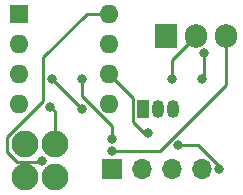
<source format=gbr>
%TF.GenerationSoftware,KiCad,Pcbnew,7.0.6-0*%
%TF.CreationDate,2023-09-04T19:04:00-04:00*%
%TF.ProjectId,Hapto_MK_2,48617074-6f5f-44d4-9b5f-322e6b696361,rev?*%
%TF.SameCoordinates,Original*%
%TF.FileFunction,Copper,L2,Bot*%
%TF.FilePolarity,Positive*%
%FSLAX46Y46*%
G04 Gerber Fmt 4.6, Leading zero omitted, Abs format (unit mm)*
G04 Created by KiCad (PCBNEW 7.0.6-0) date 2023-09-04 19:04:00*
%MOMM*%
%LPD*%
G01*
G04 APERTURE LIST*
G04 Aperture macros list*
%AMFreePoly0*
4,1,35,0.312797,1.099367,0.509479,1.023172,0.688811,0.912134,0.844687,0.770034,0.971798,0.601712,1.065816,0.412899,1.123538,0.210026,1.143000,0.000000,1.123538,-0.210026,1.065816,-0.412899,0.971798,-0.601712,0.844687,-0.770034,0.688811,-0.912134,0.509479,-1.023172,0.312797,-1.099367,0.105463,-1.138124,-0.105463,-1.138124,-0.312797,-1.099367,-0.509479,-1.023172,-0.688811,-0.912134,
-0.844687,-0.770034,-0.971798,-0.601712,-1.065816,-0.412899,-1.123538,-0.210026,-1.143000,0.000000,-1.123538,0.210026,-1.065816,0.412899,-0.971798,0.601712,-0.844687,0.770034,-0.688811,0.912134,-0.509479,1.023172,-0.312797,1.099367,-0.105463,1.138124,0.105463,1.138124,0.312797,1.099367,0.312797,1.099367,$1*%
G04 Aperture macros list end*
%TA.AperFunction,ComponentPad*%
%ADD10R,1.905000X2.000000*%
%TD*%
%TA.AperFunction,ComponentPad*%
%ADD11O,1.905000X2.000000*%
%TD*%
%TA.AperFunction,ComponentPad*%
%ADD12R,1.600000X1.600000*%
%TD*%
%TA.AperFunction,ComponentPad*%
%ADD13O,1.600000X1.600000*%
%TD*%
%TA.AperFunction,ComponentPad*%
%ADD14FreePoly0,0.000000*%
%TD*%
%TA.AperFunction,ComponentPad*%
%ADD15R,1.050000X1.500000*%
%TD*%
%TA.AperFunction,ComponentPad*%
%ADD16O,1.050000X1.500000*%
%TD*%
%TA.AperFunction,ComponentPad*%
%ADD17R,1.700000X1.700000*%
%TD*%
%TA.AperFunction,ComponentPad*%
%ADD18O,1.700000X1.700000*%
%TD*%
%TA.AperFunction,ViaPad*%
%ADD19C,0.800000*%
%TD*%
%TA.AperFunction,Conductor*%
%ADD20C,0.250000*%
%TD*%
G04 APERTURE END LIST*
D10*
%TO.P,U3,1,VI*%
%TO.N,Net-(U3-VI)*%
X156970000Y-103050000D03*
D11*
%TO.P,U3,2,GND*%
%TO.N,Net-(Q1-E)*%
X159510000Y-103050000D03*
%TO.P,U3,3,VO*%
%TO.N,Net-(U1-VCC)*%
X162050000Y-103050000D03*
%TD*%
D12*
%TO.P,U2,1,~{RESET}/PB5*%
%TO.N,unconnected-(U2-~{RESET}{slash}PB5-Pad1)*%
X144510000Y-101200000D03*
D13*
%TO.P,U2,2,XTAL1/PB3*%
%TO.N,Net-(U2-XTAL1{slash}PB3)*%
X144510000Y-103740000D03*
%TO.P,U2,3,XTAL2/PB4*%
%TO.N,Net-(U2-XTAL2{slash}PB4)*%
X144510000Y-106280000D03*
%TO.P,U2,4,GND*%
%TO.N,Net-(Q1-E)*%
X144510000Y-108820000D03*
%TO.P,U2,5,AREF/PB0*%
%TO.N,Net-(Q1-B)*%
X152130000Y-108820000D03*
%TO.P,U2,6,PB1*%
%TO.N,Net-(U2-PB1)*%
X152130000Y-106280000D03*
%TO.P,U2,7,PB2*%
%TO.N,unconnected-(U2-PB2-Pad7)*%
X152130000Y-103740000D03*
%TO.P,U2,8,VCC*%
%TO.N,Net-(U1-VCC)*%
X152130000Y-101200000D03*
%TD*%
D14*
%TO.P,C1,1*%
%TO.N,Net-(U3-VI)*%
X145000000Y-112230000D03*
%TO.P,C1,2*%
%TO.N,Net-(Q1-E)*%
X147540000Y-112230000D03*
%TD*%
D15*
%TO.P,Q1,1,C*%
%TO.N,Net-(Q1-C)*%
X155000000Y-109220000D03*
D16*
%TO.P,Q1,2,B*%
%TO.N,Net-(Q1-B)*%
X156270000Y-109220000D03*
%TO.P,Q1,3,E*%
%TO.N,Net-(Q1-E)*%
X157540000Y-109220000D03*
%TD*%
D17*
%TO.P,U5,1,VCC*%
%TO.N,Net-(U1-VCC)*%
X152400000Y-114300000D03*
D18*
%TO.P,U5,2,Trig*%
%TO.N,Net-(U2-XTAL1{slash}PB3)*%
X154940000Y-114300000D03*
%TO.P,U5,3,Echo*%
%TO.N,Net-(U2-XTAL2{slash}PB4)*%
X157480000Y-114300000D03*
%TO.P,U5,4,GND*%
%TO.N,Net-(Q1-E)*%
X160020000Y-114300000D03*
%TD*%
D14*
%TO.P,C2,1*%
%TO.N,Net-(U1-VCC)*%
X145000000Y-114980000D03*
%TO.P,C2,2*%
%TO.N,Net-(Q1-E)*%
X147540000Y-114980000D03*
%TD*%
D19*
%TO.N,Net-(Q1-E)*%
X157480000Y-106680000D03*
X147152701Y-109052701D03*
%TO.N,Net-(U1-VCC)*%
X160192014Y-104491617D03*
X160020000Y-106684500D03*
X152387452Y-112772051D03*
X146469781Y-113605117D03*
%TO.N,Net-(U2-XTAL2{slash}PB4)*%
X149860000Y-109220000D03*
X147320000Y-106680000D03*
%TO.N,Net-(U2-XTAL1{slash}PB3)*%
X152400000Y-111760000D03*
X149860000Y-106680000D03*
%TO.N,Net-(U2-PB1)*%
X157992300Y-112272300D03*
X155452300Y-111247700D03*
X161469503Y-114300000D03*
%TD*%
D20*
%TO.N,Net-(Q1-E)*%
X147152701Y-109052701D02*
X147540000Y-109440000D01*
X147540000Y-109440000D02*
X147540000Y-112230000D01*
X157480000Y-105080000D02*
X159510000Y-103050000D01*
X157480000Y-106680000D02*
X157480000Y-105080000D01*
%TO.N,Net-(U1-VCC)*%
X146469781Y-113605117D02*
X146376898Y-113698000D01*
X146376898Y-113698000D02*
X144391934Y-113698000D01*
X152387452Y-112772051D02*
X156467949Y-112772051D01*
X143532000Y-112838066D02*
X143532000Y-111621934D01*
X150260000Y-101200000D02*
X152130000Y-101200000D01*
X146595000Y-104865000D02*
X150260000Y-101200000D01*
X160192014Y-106512486D02*
X160020000Y-106684500D01*
X143532000Y-111621934D02*
X146595000Y-108558934D01*
X146595000Y-108558934D02*
X146595000Y-104865000D01*
X144391934Y-113698000D02*
X143532000Y-112838066D01*
X156467949Y-112772051D02*
X162050000Y-107190000D01*
X162050000Y-107190000D02*
X162050000Y-103050000D01*
X160192014Y-104491617D02*
X160192014Y-106512486D01*
%TO.N,Net-(U2-XTAL2{slash}PB4)*%
X149860000Y-109220000D02*
X147320000Y-106680000D01*
%TO.N,Net-(U2-XTAL1{slash}PB3)*%
X149860000Y-108140991D02*
X152400000Y-110680991D01*
X152400000Y-110680991D02*
X152400000Y-111760000D01*
X149860000Y-106680000D02*
X149860000Y-108140991D01*
%TO.N,Net-(U2-PB1)*%
X161469503Y-114087802D02*
X159654001Y-112272300D01*
X159654001Y-112272300D02*
X157992300Y-112272300D01*
X161469503Y-114300000D02*
X161469503Y-114087802D01*
X154150000Y-108300000D02*
X152130000Y-106280000D01*
X155452300Y-111247700D02*
X155102700Y-111247700D01*
X155102700Y-111247700D02*
X154150000Y-110295000D01*
X154150000Y-110295000D02*
X154150000Y-108300000D01*
%TD*%
M02*

</source>
